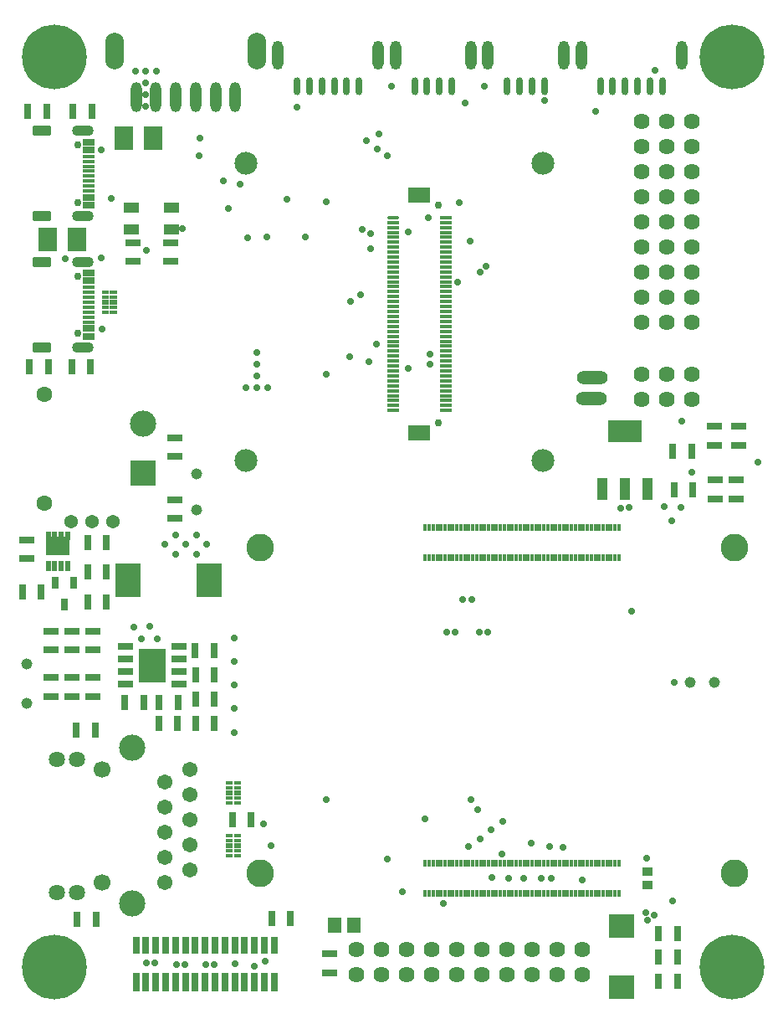
<source format=gts>
G04*
G04 #@! TF.GenerationSoftware,Altium Limited,Altium Designer,23.4.1 (23)*
G04*
G04 Layer_Color=8388736*
%FSLAX44Y44*%
%MOMM*%
G71*
G04*
G04 #@! TF.SameCoordinates,A498DFDA-0769-4059-8707-A0DE4882B552*
G04*
G04*
G04 #@! TF.FilePolarity,Negative*
G04*
G01*
G75*
%ADD52R,1.5500X0.8000*%
%ADD53R,1.5501X1.1000*%
G04:AMPARAMS|DCode=54|XSize=1.116mm|YSize=3.021mm|CornerRadius=0.558mm|HoleSize=0mm|Usage=FLASHONLY|Rotation=180.000|XOffset=0mm|YOffset=0mm|HoleType=Round|Shape=RoundedRectangle|*
%AMROUNDEDRECTD54*
21,1,1.1160,1.9050,0,0,180.0*
21,1,0.0000,3.0210,0,0,180.0*
1,1,1.1160,0.0000,0.9525*
1,1,1.1160,0.0000,0.9525*
1,1,1.1160,0.0000,-0.9525*
1,1,1.1160,0.0000,-0.9525*
%
%ADD54ROUNDEDRECTD54*%
G04:AMPARAMS|DCode=55|XSize=3.7068mm|YSize=1.9034mm|CornerRadius=0.9517mm|HoleSize=0mm|Usage=FLASHONLY|Rotation=270.000|XOffset=0mm|YOffset=0mm|HoleType=Round|Shape=RoundedRectangle|*
%AMROUNDEDRECTD55*
21,1,3.7068,0.0000,0,0,270.0*
21,1,1.8034,1.9034,0,0,270.0*
1,1,1.9034,0.0000,-0.9017*
1,1,1.9034,0.0000,0.9017*
1,1,1.9034,0.0000,0.9017*
1,1,1.9034,0.0000,-0.9017*
%
%ADD55ROUNDEDRECTD55*%
%ADD56R,0.3000X0.8000*%
G04:AMPARAMS|DCode=57|XSize=0.354mm|YSize=1.2176mm|CornerRadius=0.177mm|HoleSize=0mm|Usage=FLASHONLY|Rotation=90.000|XOffset=0mm|YOffset=0mm|HoleType=Round|Shape=RoundedRectangle|*
%AMROUNDEDRECTD57*
21,1,0.3540,0.8636,0,0,90.0*
21,1,0.0000,1.2176,0,0,90.0*
1,1,0.3540,0.4318,0.0000*
1,1,0.3540,0.4318,0.0000*
1,1,0.3540,-0.4318,0.0000*
1,1,0.3540,-0.4318,0.0000*
%
%ADD57ROUNDEDRECTD57*%
%ADD58R,1.2176X0.3540*%
%ADD59R,2.2082X1.5224*%
%ADD60R,1.6250X0.7500*%
%ADD61R,2.8100X3.4500*%
%ADD62R,1.2500X0.7000*%
%ADD63R,1.2500X0.4000*%
%ADD64R,1.3850X1.5700*%
%ADD65R,1.9000X2.3300*%
%ADD66R,0.7000X1.2000*%
%ADD67R,0.5050X0.8600*%
%ADD68R,2.3350X1.8250*%
%ADD69R,0.5050X1.0900*%
G04:AMPARAMS|DCode=70|XSize=3.1226mm|YSize=1.37mm|CornerRadius=0.685mm|HoleSize=0mm|Usage=FLASHONLY|Rotation=0.000|XOffset=0mm|YOffset=0mm|HoleType=Round|Shape=RoundedRectangle|*
%AMROUNDEDRECTD70*
21,1,3.1226,0.0000,0,0,0.0*
21,1,1.7526,1.3700,0,0,0.0*
1,1,1.3700,0.8763,0.0000*
1,1,1.3700,-0.8763,0.0000*
1,1,1.3700,-0.8763,0.0000*
1,1,1.3700,0.8763,0.0000*
%
%ADD70ROUNDEDRECTD70*%
%ADD71R,2.6200X2.4100*%
%ADD72R,0.8000X1.5500*%
%ADD73R,2.5000X3.5000*%
G04:AMPARAMS|DCode=74|XSize=1.116mm|YSize=1.116mm|CornerRadius=0.558mm|HoleSize=0mm|Usage=FLASHONLY|Rotation=270.000|XOffset=0mm|YOffset=0mm|HoleType=Round|Shape=RoundedRectangle|*
%AMROUNDEDRECTD74*
21,1,1.1160,0.0000,0,0,270.0*
21,1,0.0000,1.1160,0,0,270.0*
1,1,1.1160,0.0000,0.0000*
1,1,1.1160,0.0000,0.0000*
1,1,1.1160,0.0000,0.0000*
1,1,1.1160,0.0000,0.0000*
%
%ADD74ROUNDEDRECTD74*%
G04:AMPARAMS|DCode=75|XSize=1.116mm|YSize=1.116mm|CornerRadius=0.558mm|HoleSize=0mm|Usage=FLASHONLY|Rotation=0.000|XOffset=0mm|YOffset=0mm|HoleType=Round|Shape=RoundedRectangle|*
%AMROUNDEDRECTD75*
21,1,1.1160,0.0000,0,0,0.0*
21,1,0.0000,1.1160,0,0,0.0*
1,1,1.1160,0.0000,0.0000*
1,1,1.1160,0.0000,0.0000*
1,1,1.1160,0.0000,0.0000*
1,1,1.1160,0.0000,0.0000*
%
%ADD75ROUNDEDRECTD75*%
G04:AMPARAMS|DCode=76|XSize=2.9194mm|YSize=1.116mm|CornerRadius=0.558mm|HoleSize=0mm|Usage=FLASHONLY|Rotation=270.000|XOffset=0mm|YOffset=0mm|HoleType=Round|Shape=RoundedRectangle|*
%AMROUNDEDRECTD76*
21,1,2.9194,0.0000,0,0,270.0*
21,1,1.8034,1.1160,0,0,270.0*
1,1,1.1160,0.0000,-0.9017*
1,1,1.1160,0.0000,0.9017*
1,1,1.1160,0.0000,0.9017*
1,1,1.1160,0.0000,-0.9017*
%
%ADD76ROUNDEDRECTD76*%
G04:AMPARAMS|DCode=77|XSize=0.7096mm|YSize=1.8018mm|CornerRadius=0.3548mm|HoleSize=0mm|Usage=FLASHONLY|Rotation=180.000|XOffset=0mm|YOffset=0mm|HoleType=Round|Shape=RoundedRectangle|*
%AMROUNDEDRECTD77*
21,1,0.7096,1.0922,0,0,180.0*
21,1,0.0000,1.8018,0,0,180.0*
1,1,0.7096,0.0000,0.5461*
1,1,0.7096,0.0000,0.5461*
1,1,0.7096,0.0000,-0.5461*
1,1,0.7096,0.0000,-0.5461*
%
%ADD77ROUNDEDRECTD77*%
%ADD78R,0.7000X1.9500*%
%ADD79R,0.7000X1.7500*%
%ADD80R,1.0500X0.9500*%
%ADD81R,3.4500X2.2500*%
%ADD82R,1.1000X2.2500*%
%ADD83C,2.8000*%
%ADD84C,1.6240*%
%ADD85C,0.7604*%
%ADD86C,2.3098*%
G04:AMPARAMS|DCode=87|XSize=1.9mm|YSize=1.1mm|CornerRadius=0.3mm|HoleSize=0mm|Usage=FLASHONLY|Rotation=0.000|XOffset=0mm|YOffset=0mm|HoleType=Round|Shape=RoundedRectangle|*
%AMROUNDEDRECTD87*
21,1,1.9000,0.5000,0,0,0.0*
21,1,1.3000,1.1000,0,0,0.0*
1,1,0.6000,0.6500,-0.2500*
1,1,0.6000,-0.6500,-0.2500*
1,1,0.6000,-0.6500,0.2500*
1,1,0.6000,0.6500,0.2500*
%
%ADD87ROUNDEDRECTD87*%
%ADD88O,2.2000X1.1000*%
%ADD89C,0.7500*%
%ADD90R,2.6500X2.6500*%
%ADD91C,2.6500*%
%ADD92C,1.6080*%
%ADD93C,1.7000*%
%ADD94C,1.6300*%
%ADD95C,1.5460*%
%ADD96C,0.7200*%
%ADD97C,6.5524*%
%ADD98C,1.3700*%
G36*
X153099Y770888D02*
X146049D01*
Y774288D01*
X153099D01*
Y770888D01*
D02*
G37*
G36*
X144749D02*
X137699D01*
Y774288D01*
X144749D01*
Y770888D01*
D02*
G37*
G36*
X153099Y765888D02*
X146049D01*
Y769288D01*
X153099D01*
Y765888D01*
D02*
G37*
G36*
X144749D02*
X137699D01*
Y769288D01*
X144749D01*
Y765888D01*
D02*
G37*
G36*
X153099Y759888D02*
X146049D01*
Y765288D01*
X153099D01*
Y759888D01*
D02*
G37*
G36*
X144749D02*
X137699D01*
Y765288D01*
X144749D01*
Y759888D01*
D02*
G37*
G36*
X153099Y755888D02*
X146049D01*
Y759288D01*
X153099D01*
Y755888D01*
D02*
G37*
G36*
X144749D02*
X137699D01*
Y759288D01*
X144749D01*
Y755888D01*
D02*
G37*
G36*
X153099Y750888D02*
X146049D01*
Y754288D01*
X153099D01*
Y750888D01*
D02*
G37*
G36*
X144749D02*
X137699D01*
Y754288D01*
X144749D01*
Y750888D01*
D02*
G37*
G36*
X278854Y274539D02*
X271804D01*
Y277939D01*
X278854D01*
Y274539D01*
D02*
G37*
G36*
X270504D02*
X263454D01*
Y277939D01*
X270504D01*
Y274539D01*
D02*
G37*
G36*
X278854Y269539D02*
X271804D01*
Y272939D01*
X278854D01*
Y269539D01*
D02*
G37*
G36*
X270504D02*
X263454D01*
Y272939D01*
X270504D01*
Y269539D01*
D02*
G37*
G36*
X278854Y263539D02*
X271804D01*
Y268939D01*
X278854D01*
Y263539D01*
D02*
G37*
G36*
X270504D02*
X263454D01*
Y268939D01*
X270504D01*
Y263539D01*
D02*
G37*
G36*
X278854Y259539D02*
X271804D01*
Y262939D01*
X278854D01*
Y259539D01*
D02*
G37*
G36*
X270504D02*
X263454D01*
Y262939D01*
X270504D01*
Y259539D01*
D02*
G37*
G36*
X278854Y254539D02*
X271804D01*
Y257939D01*
X278854D01*
Y254539D01*
D02*
G37*
G36*
X270504D02*
X263454D01*
Y257939D01*
X270504D01*
Y254539D01*
D02*
G37*
G36*
X278854Y221239D02*
X271804D01*
Y224639D01*
X278854D01*
Y221239D01*
D02*
G37*
G36*
X270504D02*
X263454D01*
Y224639D01*
X270504D01*
Y221239D01*
D02*
G37*
G36*
X278854Y216239D02*
X271804D01*
Y219639D01*
X278854D01*
Y216239D01*
D02*
G37*
G36*
X270504D02*
X263454D01*
Y219639D01*
X270504D01*
Y216239D01*
D02*
G37*
G36*
X278854Y210239D02*
X271804D01*
Y215639D01*
X278854D01*
Y210239D01*
D02*
G37*
G36*
X270504D02*
X263454D01*
Y215639D01*
X270504D01*
Y210239D01*
D02*
G37*
G36*
X278854Y206239D02*
X271804D01*
Y209639D01*
X278854D01*
Y206239D01*
D02*
G37*
G36*
X270504D02*
X263454D01*
Y209639D01*
X270504D01*
Y206239D01*
D02*
G37*
G36*
X278854Y201239D02*
X271804D01*
Y204639D01*
X278854D01*
Y201239D01*
D02*
G37*
G36*
X270504D02*
X263454D01*
Y204639D01*
X270504D01*
Y201239D01*
D02*
G37*
D52*
X86031Y429800D02*
D03*
Y410800D02*
D03*
X207585Y822963D02*
D03*
Y803963D02*
D03*
X758052Y617914D02*
D03*
Y636914D02*
D03*
X782441Y618141D02*
D03*
Y637141D02*
D03*
X780167Y563871D02*
D03*
Y582871D02*
D03*
X758644D02*
D03*
Y563871D02*
D03*
X169291Y803963D02*
D03*
Y822963D02*
D03*
X368046Y84632D02*
D03*
Y103632D02*
D03*
X211612Y606636D02*
D03*
Y625636D02*
D03*
X61983Y503207D02*
D03*
Y522207D02*
D03*
X129178Y410800D02*
D03*
Y429800D02*
D03*
X107605Y410800D02*
D03*
Y429800D02*
D03*
Y382861D02*
D03*
Y363861D02*
D03*
X86031Y382861D02*
D03*
Y363861D02*
D03*
X129178Y382861D02*
D03*
Y363861D02*
D03*
X211612Y544114D02*
D03*
Y563114D02*
D03*
D53*
X168130Y836580D02*
D03*
Y858579D02*
D03*
X208630Y836580D02*
D03*
Y858579D02*
D03*
D54*
X172631Y969962D02*
D03*
X192631D02*
D03*
X212631D02*
D03*
X232791D02*
D03*
X252857D02*
D03*
X272669D02*
D03*
D55*
X150631Y1016462D02*
D03*
X294767D02*
D03*
D56*
X661245Y534716D02*
D03*
Y503916D02*
D03*
X657245Y534716D02*
D03*
Y503916D02*
D03*
X653245Y534716D02*
D03*
Y503916D02*
D03*
X649245Y534716D02*
D03*
Y503916D02*
D03*
X645245Y534716D02*
D03*
Y503916D02*
D03*
X641245Y534716D02*
D03*
Y503916D02*
D03*
X637245Y534716D02*
D03*
Y503916D02*
D03*
X633245Y534716D02*
D03*
Y503916D02*
D03*
X629245Y534716D02*
D03*
Y503916D02*
D03*
X625245Y534716D02*
D03*
Y503916D02*
D03*
X621245Y534716D02*
D03*
Y503916D02*
D03*
X617245Y534716D02*
D03*
Y503916D02*
D03*
X613245Y534716D02*
D03*
Y503916D02*
D03*
X609245Y534716D02*
D03*
Y503916D02*
D03*
X605245Y534716D02*
D03*
Y503916D02*
D03*
X601245Y534716D02*
D03*
Y503916D02*
D03*
X597245Y534716D02*
D03*
Y503916D02*
D03*
X593245Y534716D02*
D03*
Y503916D02*
D03*
X589245Y534716D02*
D03*
Y503916D02*
D03*
X585245Y534716D02*
D03*
Y503916D02*
D03*
X581245Y534716D02*
D03*
Y503916D02*
D03*
X577245Y534716D02*
D03*
Y503916D02*
D03*
X573245Y534716D02*
D03*
Y503916D02*
D03*
X569245Y534716D02*
D03*
Y503916D02*
D03*
X565245Y534716D02*
D03*
Y503916D02*
D03*
X561245Y534716D02*
D03*
Y503916D02*
D03*
X557245Y534716D02*
D03*
Y503916D02*
D03*
X553245Y534716D02*
D03*
Y503916D02*
D03*
X549245Y534716D02*
D03*
Y503916D02*
D03*
X545245Y534716D02*
D03*
Y503916D02*
D03*
X541245Y534716D02*
D03*
Y503916D02*
D03*
X537245Y534716D02*
D03*
Y503916D02*
D03*
X533245Y534716D02*
D03*
Y503916D02*
D03*
X529245Y534716D02*
D03*
Y503916D02*
D03*
X525245Y534716D02*
D03*
Y503916D02*
D03*
X521245Y534716D02*
D03*
Y503916D02*
D03*
X517245Y534716D02*
D03*
Y503916D02*
D03*
X513245Y534716D02*
D03*
Y503916D02*
D03*
X509245Y534716D02*
D03*
Y503916D02*
D03*
X505245Y534716D02*
D03*
Y503916D02*
D03*
X501245Y534716D02*
D03*
Y503916D02*
D03*
X497245Y534716D02*
D03*
Y503916D02*
D03*
X493245Y534716D02*
D03*
Y503916D02*
D03*
X489245Y534716D02*
D03*
Y503916D02*
D03*
X485245Y534716D02*
D03*
Y503916D02*
D03*
X481245Y534716D02*
D03*
Y503916D02*
D03*
X477245Y534716D02*
D03*
Y503916D02*
D03*
X473245Y534716D02*
D03*
Y503916D02*
D03*
X469245Y534716D02*
D03*
Y503916D02*
D03*
X465245Y534716D02*
D03*
Y503916D02*
D03*
X661245Y195516D02*
D03*
Y164716D02*
D03*
X657245Y195516D02*
D03*
Y164716D02*
D03*
X653245Y195516D02*
D03*
Y164716D02*
D03*
X649245Y195516D02*
D03*
Y164716D02*
D03*
X645245Y195516D02*
D03*
Y164716D02*
D03*
X641245Y195516D02*
D03*
Y164716D02*
D03*
X637245Y195516D02*
D03*
Y164716D02*
D03*
X633245Y195516D02*
D03*
Y164716D02*
D03*
X629245Y195516D02*
D03*
Y164716D02*
D03*
X625245Y195516D02*
D03*
Y164716D02*
D03*
X621245Y195516D02*
D03*
Y164716D02*
D03*
X617245Y195516D02*
D03*
Y164716D02*
D03*
X613245Y195516D02*
D03*
Y164716D02*
D03*
X609245Y195516D02*
D03*
Y164716D02*
D03*
X605245Y195516D02*
D03*
Y164716D02*
D03*
X601245Y195516D02*
D03*
Y164716D02*
D03*
X597245Y195516D02*
D03*
Y164716D02*
D03*
X593245Y195516D02*
D03*
Y164716D02*
D03*
X589245Y195516D02*
D03*
Y164716D02*
D03*
X585245Y195516D02*
D03*
Y164716D02*
D03*
X581245Y195516D02*
D03*
Y164716D02*
D03*
X577245Y195516D02*
D03*
Y164716D02*
D03*
X573245Y195516D02*
D03*
Y164716D02*
D03*
X569245Y195516D02*
D03*
Y164716D02*
D03*
X565245Y195516D02*
D03*
Y164716D02*
D03*
X561245Y195516D02*
D03*
Y164716D02*
D03*
X557245Y195516D02*
D03*
Y164716D02*
D03*
X553245Y195516D02*
D03*
Y164716D02*
D03*
X549245Y195516D02*
D03*
Y164716D02*
D03*
X545245Y195516D02*
D03*
Y164716D02*
D03*
X541245Y195516D02*
D03*
Y164716D02*
D03*
X537245Y195516D02*
D03*
Y164716D02*
D03*
X533245Y195516D02*
D03*
Y164716D02*
D03*
X529245Y195516D02*
D03*
Y164716D02*
D03*
X525245Y195516D02*
D03*
Y164716D02*
D03*
X521245Y195516D02*
D03*
Y164716D02*
D03*
X517245Y195516D02*
D03*
Y164716D02*
D03*
X513245Y195516D02*
D03*
Y164716D02*
D03*
X509245Y195516D02*
D03*
Y164716D02*
D03*
X505245Y195516D02*
D03*
Y164716D02*
D03*
X501245Y195516D02*
D03*
Y164716D02*
D03*
X497245Y195516D02*
D03*
Y164716D02*
D03*
X493245Y195516D02*
D03*
Y164716D02*
D03*
X489245Y195516D02*
D03*
Y164716D02*
D03*
X485245Y195516D02*
D03*
Y164716D02*
D03*
X481245Y195516D02*
D03*
Y164716D02*
D03*
X477245Y195516D02*
D03*
Y164716D02*
D03*
X473245Y195516D02*
D03*
Y164716D02*
D03*
X469245Y195516D02*
D03*
Y164716D02*
D03*
X465245Y195516D02*
D03*
Y164716D02*
D03*
D57*
X432681Y848141D02*
D03*
D58*
Y843315D02*
D03*
Y838235D02*
D03*
Y833155D02*
D03*
Y828329D02*
D03*
Y823249D02*
D03*
Y818169D02*
D03*
Y813343D02*
D03*
Y808263D02*
D03*
Y803183D02*
D03*
Y798357D02*
D03*
Y793277D02*
D03*
Y788197D02*
D03*
Y783117D02*
D03*
Y778291D02*
D03*
Y773211D02*
D03*
Y768131D02*
D03*
Y763305D02*
D03*
Y758225D02*
D03*
Y753145D02*
D03*
Y748105D02*
D03*
Y743105D02*
D03*
Y738105D02*
D03*
Y733105D02*
D03*
Y728105D02*
D03*
Y723105D02*
D03*
Y718105D02*
D03*
Y713105D02*
D03*
Y708105D02*
D03*
Y703105D02*
D03*
X485850Y848141D02*
D03*
Y843315D02*
D03*
Y838235D02*
D03*
Y833155D02*
D03*
Y828329D02*
D03*
Y823249D02*
D03*
Y818169D02*
D03*
Y813343D02*
D03*
Y808263D02*
D03*
Y803183D02*
D03*
Y798357D02*
D03*
Y793277D02*
D03*
Y788197D02*
D03*
Y783117D02*
D03*
Y778291D02*
D03*
Y773211D02*
D03*
Y768131D02*
D03*
Y763305D02*
D03*
Y758225D02*
D03*
Y753145D02*
D03*
Y748105D02*
D03*
Y743105D02*
D03*
Y738105D02*
D03*
Y733105D02*
D03*
Y728105D02*
D03*
Y723105D02*
D03*
Y718105D02*
D03*
Y713105D02*
D03*
Y708105D02*
D03*
Y703105D02*
D03*
X432681Y698105D02*
D03*
X485850D02*
D03*
X432681Y693105D02*
D03*
X485850D02*
D03*
X432681Y688105D02*
D03*
X485850D02*
D03*
X432681Y683105D02*
D03*
X485850D02*
D03*
X432681Y678105D02*
D03*
X485850D02*
D03*
X432681Y673105D02*
D03*
X485850D02*
D03*
X432681Y668105D02*
D03*
X485850D02*
D03*
X432681Y663105D02*
D03*
X485850D02*
D03*
X432681Y658105D02*
D03*
X485850D02*
D03*
X432681Y653105D02*
D03*
X485850D02*
D03*
D59*
X459351Y630605D02*
D03*
Y870747D02*
D03*
D60*
X162140Y414291D02*
D03*
Y401591D02*
D03*
Y388891D02*
D03*
Y376191D02*
D03*
X215900D02*
D03*
Y388891D02*
D03*
Y401591D02*
D03*
Y414291D02*
D03*
D61*
X189020Y395241D02*
D03*
D62*
X124253Y924529D02*
D03*
Y860529D02*
D03*
Y916529D02*
D03*
Y868529D02*
D03*
Y792118D02*
D03*
Y728118D02*
D03*
Y784118D02*
D03*
Y736118D02*
D03*
D63*
Y890029D02*
D03*
Y895029D02*
D03*
Y885029D02*
D03*
Y880029D02*
D03*
Y875029D02*
D03*
Y900029D02*
D03*
Y905029D02*
D03*
Y910029D02*
D03*
Y757618D02*
D03*
Y762618D02*
D03*
Y752618D02*
D03*
Y747618D02*
D03*
Y742618D02*
D03*
Y767618D02*
D03*
Y772618D02*
D03*
Y777618D02*
D03*
D64*
X373048Y132334D02*
D03*
X392508D02*
D03*
D65*
X83268Y826405D02*
D03*
X112468D02*
D03*
X189568Y928603D02*
D03*
X160368D02*
D03*
D66*
X109251Y478779D02*
D03*
X90252D02*
D03*
X99752Y456780D02*
D03*
D67*
X83510Y525907D02*
D03*
X90110D02*
D03*
X96710D02*
D03*
X103310D02*
D03*
D68*
X93410Y515982D02*
D03*
D69*
X103310Y496057D02*
D03*
X96710D02*
D03*
X90110D02*
D03*
X83510D02*
D03*
D70*
X634500Y686000D02*
D03*
X633500Y665174D02*
D03*
D71*
X663687Y131565D02*
D03*
Y69565D02*
D03*
D72*
X123553Y519339D02*
D03*
X142553D02*
D03*
Y489559D02*
D03*
X123553D02*
D03*
X251647Y361365D02*
D03*
X232647D02*
D03*
X232507Y385687D02*
D03*
X251507D02*
D03*
X215052Y358137D02*
D03*
X196052D02*
D03*
X131064Y329946D02*
D03*
X112064D02*
D03*
X112830Y138430D02*
D03*
X131830D02*
D03*
X83743Y697055D02*
D03*
X64743D02*
D03*
X126630D02*
D03*
X107630D02*
D03*
X108797Y955721D02*
D03*
X127797D02*
D03*
X62884D02*
D03*
X81884D02*
D03*
X309548Y139510D02*
D03*
X328548D02*
D03*
X57660Y469780D02*
D03*
X76660D02*
D03*
X123553Y459780D02*
D03*
X142553D02*
D03*
X251732Y337042D02*
D03*
X232732D02*
D03*
X701242Y124514D02*
D03*
X720242D02*
D03*
X701242Y100332D02*
D03*
X720242D02*
D03*
X701242Y76150D02*
D03*
X720242D02*
D03*
X214630Y336550D02*
D03*
X195630D02*
D03*
X161230Y358111D02*
D03*
X180230D02*
D03*
X251408Y410010D02*
D03*
X232408D02*
D03*
X716863Y572871D02*
D03*
X735863D02*
D03*
X715900Y611785D02*
D03*
X734900D02*
D03*
X289154Y239589D02*
D03*
X270154D02*
D03*
D73*
X164727Y481032D02*
D03*
X246728D02*
D03*
D74*
X61468Y396725D02*
D03*
X733044Y377952D02*
D03*
X757682D02*
D03*
X61468Y356870D02*
D03*
X233620Y588901D02*
D03*
D75*
X233809Y552418D02*
D03*
D76*
X417592Y1012595D02*
D03*
X316042D02*
D03*
X724415D02*
D03*
X622865D02*
D03*
X511486D02*
D03*
X434882D02*
D03*
X605384D02*
D03*
X528780D02*
D03*
D77*
X398288Y981095D02*
D03*
X385588D02*
D03*
X373142D02*
D03*
X360542D02*
D03*
X348042D02*
D03*
X335542D02*
D03*
X705111D02*
D03*
X692411D02*
D03*
X679965D02*
D03*
X667365D02*
D03*
X654865D02*
D03*
X642365D02*
D03*
X491928D02*
D03*
X479482D02*
D03*
X466882D02*
D03*
X454382D02*
D03*
X585826D02*
D03*
X573380D02*
D03*
X560780D02*
D03*
X548280D02*
D03*
D78*
X172418Y75159D02*
D03*
X182418D02*
D03*
X192418D02*
D03*
X202418D02*
D03*
X212418D02*
D03*
X222418D02*
D03*
X232418D02*
D03*
X242418D02*
D03*
X252418D02*
D03*
X262418D02*
D03*
X272418D02*
D03*
X282418D02*
D03*
X292418D02*
D03*
X302418D02*
D03*
X312418D02*
D03*
D79*
X172418Y112659D02*
D03*
X182418D02*
D03*
X192418D02*
D03*
X202418D02*
D03*
X212418D02*
D03*
X222418D02*
D03*
X232418D02*
D03*
X242418D02*
D03*
X252418D02*
D03*
X262418D02*
D03*
X272418D02*
D03*
X282418D02*
D03*
X292418D02*
D03*
X302418D02*
D03*
X312418D02*
D03*
D80*
X689935Y186598D02*
D03*
Y173598D02*
D03*
D81*
X667318Y632168D02*
D03*
D82*
X690318Y573668D02*
D03*
X667318D02*
D03*
X644318D02*
D03*
D83*
X778245Y514716D02*
D03*
Y184716D02*
D03*
X298245Y514716D02*
D03*
Y184716D02*
D03*
D84*
X623995Y107667D02*
D03*
X598595D02*
D03*
Y82267D02*
D03*
X573195Y107667D02*
D03*
Y82267D02*
D03*
X547795Y107667D02*
D03*
Y82267D02*
D03*
X522395Y107667D02*
D03*
Y82267D02*
D03*
X395395D02*
D03*
Y107667D02*
D03*
X420795Y82267D02*
D03*
Y107667D02*
D03*
X446195Y82267D02*
D03*
Y107667D02*
D03*
X471595Y82267D02*
D03*
Y107667D02*
D03*
X496995Y82267D02*
D03*
Y107667D02*
D03*
X623995Y82267D02*
D03*
X709791Y945400D02*
D03*
X684391Y920000D02*
D03*
X735191Y793000D02*
D03*
X684391D02*
D03*
X735191Y894600D02*
D03*
X709791Y920000D02*
D03*
Y894600D02*
D03*
X684391Y767600D02*
D03*
X735191Y869200D02*
D03*
Y818400D02*
D03*
X684391Y945400D02*
D03*
Y742200D02*
D03*
Y869200D02*
D03*
X735191Y920000D02*
D03*
Y945400D02*
D03*
X709791Y818400D02*
D03*
Y869200D02*
D03*
X735191Y742200D02*
D03*
X684391Y894600D02*
D03*
Y818400D02*
D03*
X709791Y843800D02*
D03*
X684391D02*
D03*
X735191D02*
D03*
Y767600D02*
D03*
X709791Y742200D02*
D03*
Y767600D02*
D03*
Y793000D02*
D03*
X735191Y690000D02*
D03*
Y664600D02*
D03*
X709791Y690000D02*
D03*
Y664600D02*
D03*
X684391Y690000D02*
D03*
Y664600D02*
D03*
D85*
X478350Y640605D02*
D03*
Y860841D02*
D03*
D86*
X584064Y602777D02*
D03*
Y902751D02*
D03*
X284090Y602777D02*
D03*
Y902751D02*
D03*
D87*
X76703Y935729D02*
D03*
Y849329D02*
D03*
Y803318D02*
D03*
Y716918D02*
D03*
D88*
X118503Y935729D02*
D03*
Y849329D02*
D03*
Y803318D02*
D03*
Y716918D02*
D03*
D89*
X113503Y863629D02*
D03*
Y921429D02*
D03*
Y731218D02*
D03*
Y789018D02*
D03*
D90*
X179529Y589719D02*
D03*
D91*
Y639719D02*
D03*
X168730Y311989D02*
D03*
Y154489D02*
D03*
D92*
X79529Y669719D02*
D03*
Y559719D02*
D03*
D93*
X138230Y290389D02*
D03*
Y176089D02*
D03*
D94*
X92530Y165989D02*
D03*
X112830D02*
D03*
X92530Y300489D02*
D03*
X112830D02*
D03*
D95*
X201730Y176089D02*
D03*
X227130Y188789D02*
D03*
X201730Y201489D02*
D03*
X227130Y214189D02*
D03*
X201730Y226889D02*
D03*
X227130Y239589D02*
D03*
X201730Y252289D02*
D03*
X227130Y264989D02*
D03*
X201730Y277689D02*
D03*
X227130Y290389D02*
D03*
D96*
X518250Y249500D02*
D03*
X511500Y259750D02*
D03*
X137500Y807500D02*
D03*
X100553Y806234D02*
D03*
X147500Y867500D02*
D03*
X183134Y814832D02*
D03*
X365354Y690000D02*
D03*
X495658Y429260D02*
D03*
X486918D02*
D03*
X389890Y763016D02*
D03*
X399736Y769934D02*
D03*
X409702Y816356D02*
D03*
X505714Y964184D02*
D03*
X447548Y695452D02*
D03*
X243840Y517525D02*
D03*
X365105Y259484D02*
D03*
X309129Y212932D02*
D03*
X724154Y555498D02*
D03*
X715010Y541274D02*
D03*
X706882Y555752D02*
D03*
X401574Y836422D02*
D03*
X409904Y832095D02*
D03*
X465074Y240284D02*
D03*
X572180Y215444D02*
D03*
X591058Y211836D02*
D03*
X542590Y204646D02*
D03*
X191788Y94234D02*
D03*
X183048D02*
D03*
X511914Y462280D02*
D03*
X503174D02*
D03*
X221788Y92710D02*
D03*
X213048D02*
D03*
X528684Y429006D02*
D03*
X519944D02*
D03*
X623864Y178348D02*
D03*
X301244Y235458D02*
D03*
X470141Y699528D02*
D03*
X185928Y434594D02*
D03*
X169926Y434340D02*
D03*
X178054Y422148D02*
D03*
X194056Y422402D02*
D03*
X442214Y166624D02*
D03*
X483831Y154366D02*
D03*
X426466Y199390D02*
D03*
X532638Y180594D02*
D03*
X582535Y180094D02*
D03*
X592571Y179984D02*
D03*
X696691Y142982D02*
D03*
X690417Y137267D02*
D03*
X689356Y200406D02*
D03*
X549656Y179832D02*
D03*
X604774Y211074D02*
D03*
X725000Y642500D02*
D03*
X802250Y600500D02*
D03*
X734822Y591058D02*
D03*
X510540Y824484D02*
D03*
X468122Y848360D02*
D03*
X447802Y833882D02*
D03*
X407924Y702056D02*
D03*
X415544Y720598D02*
D03*
X388874Y707136D02*
D03*
X637794Y955294D02*
D03*
X265830Y857250D02*
D03*
X499872Y863092D02*
D03*
X418084Y932688D02*
D03*
X585978Y966978D02*
D03*
X697992Y997458D02*
D03*
X325374Y866902D02*
D03*
X304546Y828294D02*
D03*
X285574Y827639D02*
D03*
X431382Y981095D02*
D03*
X525280D02*
D03*
X219710Y837438D02*
D03*
X497586Y783082D02*
D03*
X335534Y960120D02*
D03*
X526626Y799168D02*
D03*
X520446Y792988D02*
D03*
X136895Y916529D02*
D03*
X137668Y735076D02*
D03*
X405638Y926084D02*
D03*
X277876Y881888D02*
D03*
X261112Y885190D02*
D03*
X364744Y864362D02*
D03*
X344170Y828548D02*
D03*
X426974Y911098D02*
D03*
X416814Y917194D02*
D03*
X237490Y928624D02*
D03*
X236220Y911098D02*
D03*
X469900Y709930D02*
D03*
X294640Y675894D02*
D03*
X305308D02*
D03*
X283972D02*
D03*
X294644Y699680D02*
D03*
Y711573D02*
D03*
Y687787D02*
D03*
X182363Y984041D02*
D03*
Y960255D02*
D03*
Y972148D02*
D03*
X193035Y995934D02*
D03*
X171699D02*
D03*
X182367D02*
D03*
X717550Y378206D02*
D03*
X662670Y554651D02*
D03*
X671068Y554736D02*
D03*
X674310Y449956D02*
D03*
X292373Y91340D02*
D03*
X302758Y96277D02*
D03*
X508497Y212383D02*
D03*
X543726Y237820D02*
D03*
X531518Y229538D02*
D03*
X520870Y219751D02*
D03*
X564852Y179876D02*
D03*
X715772Y157480D02*
D03*
X272542Y93472D02*
D03*
X688687Y145615D02*
D03*
X251788Y93218D02*
D03*
X243048D02*
D03*
X271780Y351473D02*
D03*
Y399098D02*
D03*
Y422910D02*
D03*
Y375285D02*
D03*
Y327660D02*
D03*
X233363Y508000D02*
D03*
X212407D02*
D03*
X201930Y517525D02*
D03*
X222885D02*
D03*
X212407Y527050D02*
D03*
X233363D02*
D03*
D97*
X775700Y90510D02*
D03*
X89700Y90107D02*
D03*
X775700Y1010510D02*
D03*
X89700D02*
D03*
D98*
X148908Y540850D02*
D03*
X106716D02*
D03*
X127812D02*
D03*
M02*

</source>
